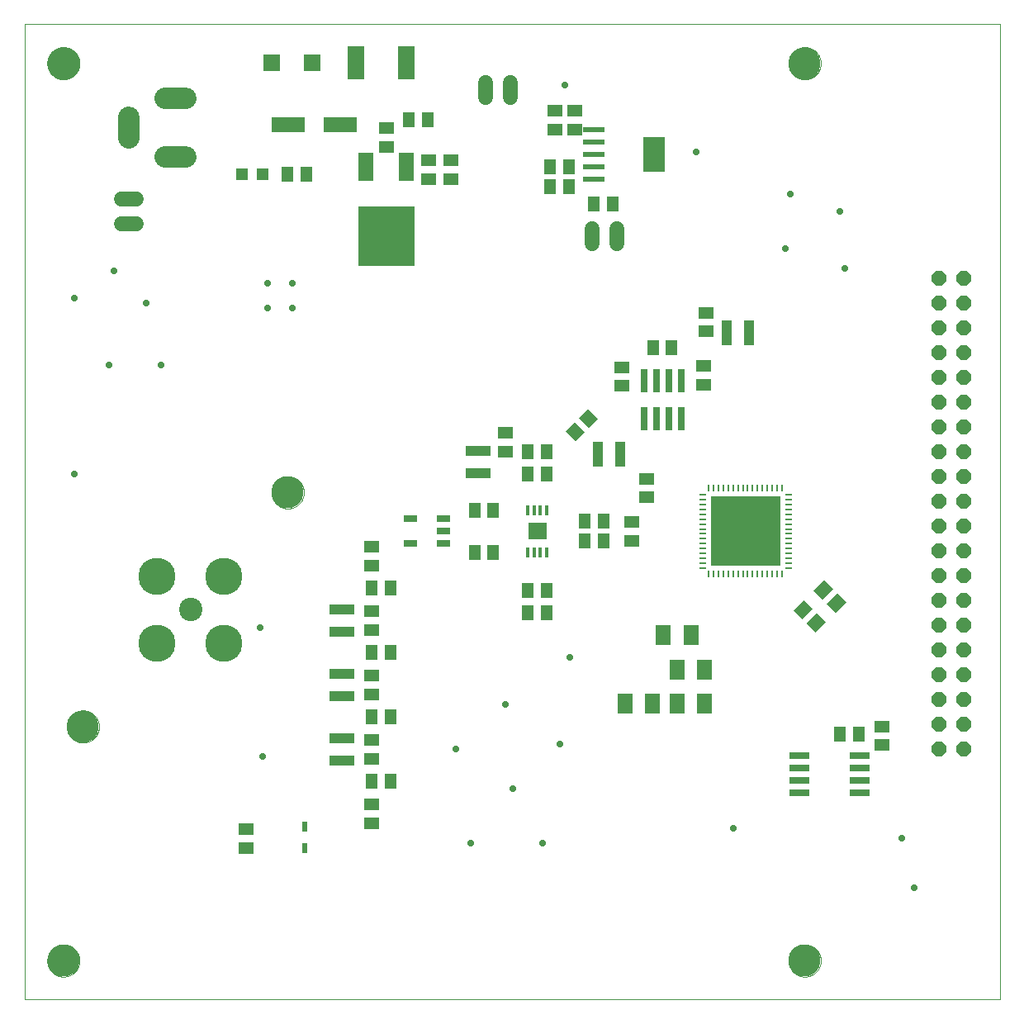
<source format=gts>
G75*
%MOIN*%
%OFA0B0*%
%FSLAX25Y25*%
%IPPOS*%
%LPD*%
%AMOC8*
5,1,8,0,0,1.08239X$1,22.5*
%
%ADD10C,0.00000*%
%ADD11R,0.05906X0.05118*%
%ADD12R,0.05118X0.05906*%
%ADD13R,0.13780X0.06299*%
%ADD14R,0.02362X0.03937*%
%ADD15R,0.07087X0.06693*%
%ADD16R,0.07008X0.13780*%
%ADD17R,0.22835X0.24409*%
%ADD18R,0.06299X0.11811*%
%ADD19R,0.01654X0.03937*%
%ADD20R,0.07402X0.06614*%
%ADD21R,0.08661X0.02362*%
%ADD22R,0.09055X0.14173*%
%ADD23R,0.00984X0.02756*%
%ADD24R,0.02756X0.00984*%
%ADD25R,0.28150X0.28150*%
%ADD26C,0.08600*%
%ADD27R,0.02992X0.09449*%
%ADD28R,0.10000X0.03937*%
%ADD29R,0.03937X0.10000*%
%ADD30R,0.04724X0.04724*%
%ADD31R,0.05118X0.06299*%
%ADD32R,0.06299X0.07874*%
%ADD33R,0.06299X0.05118*%
%ADD34R,0.05500X0.03000*%
%ADD35R,0.08000X0.02600*%
%ADD36C,0.09449*%
%ADD37C,0.15024*%
%ADD38C,0.12992*%
%ADD39OC8,0.05906*%
%ADD40C,0.06000*%
%ADD41C,0.02775*%
D10*
X0008500Y0005500D02*
X0008500Y0399201D01*
X0402201Y0399201D01*
X0402201Y0005500D01*
X0008500Y0005500D01*
X0017752Y0021248D02*
X0017754Y0021409D01*
X0017760Y0021569D01*
X0017770Y0021730D01*
X0017784Y0021890D01*
X0017802Y0022049D01*
X0017823Y0022209D01*
X0017849Y0022367D01*
X0017879Y0022525D01*
X0017912Y0022682D01*
X0017950Y0022839D01*
X0017991Y0022994D01*
X0018036Y0023148D01*
X0018085Y0023301D01*
X0018138Y0023453D01*
X0018194Y0023603D01*
X0018254Y0023752D01*
X0018318Y0023900D01*
X0018385Y0024046D01*
X0018456Y0024190D01*
X0018531Y0024332D01*
X0018609Y0024473D01*
X0018690Y0024611D01*
X0018775Y0024748D01*
X0018864Y0024882D01*
X0018955Y0025014D01*
X0019050Y0025144D01*
X0019148Y0025271D01*
X0019249Y0025396D01*
X0019353Y0025519D01*
X0019460Y0025638D01*
X0019570Y0025755D01*
X0019683Y0025870D01*
X0019799Y0025981D01*
X0019917Y0026090D01*
X0020038Y0026195D01*
X0020162Y0026298D01*
X0020288Y0026398D01*
X0020417Y0026494D01*
X0020548Y0026587D01*
X0020681Y0026677D01*
X0020816Y0026764D01*
X0020954Y0026847D01*
X0021093Y0026926D01*
X0021235Y0027003D01*
X0021378Y0027076D01*
X0021523Y0027145D01*
X0021670Y0027210D01*
X0021818Y0027272D01*
X0021968Y0027331D01*
X0022119Y0027385D01*
X0022271Y0027436D01*
X0022425Y0027483D01*
X0022580Y0027526D01*
X0022735Y0027565D01*
X0022892Y0027601D01*
X0023050Y0027633D01*
X0023208Y0027660D01*
X0023367Y0027684D01*
X0023526Y0027704D01*
X0023686Y0027720D01*
X0023847Y0027732D01*
X0024007Y0027740D01*
X0024168Y0027744D01*
X0024328Y0027744D01*
X0024489Y0027740D01*
X0024649Y0027732D01*
X0024810Y0027720D01*
X0024970Y0027704D01*
X0025129Y0027684D01*
X0025288Y0027660D01*
X0025446Y0027633D01*
X0025604Y0027601D01*
X0025761Y0027565D01*
X0025916Y0027526D01*
X0026071Y0027483D01*
X0026225Y0027436D01*
X0026377Y0027385D01*
X0026528Y0027331D01*
X0026678Y0027272D01*
X0026826Y0027210D01*
X0026973Y0027145D01*
X0027118Y0027076D01*
X0027261Y0027003D01*
X0027403Y0026926D01*
X0027542Y0026847D01*
X0027680Y0026764D01*
X0027815Y0026677D01*
X0027948Y0026587D01*
X0028079Y0026494D01*
X0028208Y0026398D01*
X0028334Y0026298D01*
X0028458Y0026195D01*
X0028579Y0026090D01*
X0028697Y0025981D01*
X0028813Y0025870D01*
X0028926Y0025755D01*
X0029036Y0025638D01*
X0029143Y0025519D01*
X0029247Y0025396D01*
X0029348Y0025271D01*
X0029446Y0025144D01*
X0029541Y0025014D01*
X0029632Y0024882D01*
X0029721Y0024748D01*
X0029806Y0024611D01*
X0029887Y0024473D01*
X0029965Y0024332D01*
X0030040Y0024190D01*
X0030111Y0024046D01*
X0030178Y0023900D01*
X0030242Y0023752D01*
X0030302Y0023603D01*
X0030358Y0023453D01*
X0030411Y0023301D01*
X0030460Y0023148D01*
X0030505Y0022994D01*
X0030546Y0022839D01*
X0030584Y0022682D01*
X0030617Y0022525D01*
X0030647Y0022367D01*
X0030673Y0022209D01*
X0030694Y0022049D01*
X0030712Y0021890D01*
X0030726Y0021730D01*
X0030736Y0021569D01*
X0030742Y0021409D01*
X0030744Y0021248D01*
X0030742Y0021087D01*
X0030736Y0020927D01*
X0030726Y0020766D01*
X0030712Y0020606D01*
X0030694Y0020447D01*
X0030673Y0020287D01*
X0030647Y0020129D01*
X0030617Y0019971D01*
X0030584Y0019814D01*
X0030546Y0019657D01*
X0030505Y0019502D01*
X0030460Y0019348D01*
X0030411Y0019195D01*
X0030358Y0019043D01*
X0030302Y0018893D01*
X0030242Y0018744D01*
X0030178Y0018596D01*
X0030111Y0018450D01*
X0030040Y0018306D01*
X0029965Y0018164D01*
X0029887Y0018023D01*
X0029806Y0017885D01*
X0029721Y0017748D01*
X0029632Y0017614D01*
X0029541Y0017482D01*
X0029446Y0017352D01*
X0029348Y0017225D01*
X0029247Y0017100D01*
X0029143Y0016977D01*
X0029036Y0016858D01*
X0028926Y0016741D01*
X0028813Y0016626D01*
X0028697Y0016515D01*
X0028579Y0016406D01*
X0028458Y0016301D01*
X0028334Y0016198D01*
X0028208Y0016098D01*
X0028079Y0016002D01*
X0027948Y0015909D01*
X0027815Y0015819D01*
X0027680Y0015732D01*
X0027542Y0015649D01*
X0027403Y0015570D01*
X0027261Y0015493D01*
X0027118Y0015420D01*
X0026973Y0015351D01*
X0026826Y0015286D01*
X0026678Y0015224D01*
X0026528Y0015165D01*
X0026377Y0015111D01*
X0026225Y0015060D01*
X0026071Y0015013D01*
X0025916Y0014970D01*
X0025761Y0014931D01*
X0025604Y0014895D01*
X0025446Y0014863D01*
X0025288Y0014836D01*
X0025129Y0014812D01*
X0024970Y0014792D01*
X0024810Y0014776D01*
X0024649Y0014764D01*
X0024489Y0014756D01*
X0024328Y0014752D01*
X0024168Y0014752D01*
X0024007Y0014756D01*
X0023847Y0014764D01*
X0023686Y0014776D01*
X0023526Y0014792D01*
X0023367Y0014812D01*
X0023208Y0014836D01*
X0023050Y0014863D01*
X0022892Y0014895D01*
X0022735Y0014931D01*
X0022580Y0014970D01*
X0022425Y0015013D01*
X0022271Y0015060D01*
X0022119Y0015111D01*
X0021968Y0015165D01*
X0021818Y0015224D01*
X0021670Y0015286D01*
X0021523Y0015351D01*
X0021378Y0015420D01*
X0021235Y0015493D01*
X0021093Y0015570D01*
X0020954Y0015649D01*
X0020816Y0015732D01*
X0020681Y0015819D01*
X0020548Y0015909D01*
X0020417Y0016002D01*
X0020288Y0016098D01*
X0020162Y0016198D01*
X0020038Y0016301D01*
X0019917Y0016406D01*
X0019799Y0016515D01*
X0019683Y0016626D01*
X0019570Y0016741D01*
X0019460Y0016858D01*
X0019353Y0016977D01*
X0019249Y0017100D01*
X0019148Y0017225D01*
X0019050Y0017352D01*
X0018955Y0017482D01*
X0018864Y0017614D01*
X0018775Y0017748D01*
X0018690Y0017885D01*
X0018609Y0018023D01*
X0018531Y0018164D01*
X0018456Y0018306D01*
X0018385Y0018450D01*
X0018318Y0018596D01*
X0018254Y0018744D01*
X0018194Y0018893D01*
X0018138Y0019043D01*
X0018085Y0019195D01*
X0018036Y0019348D01*
X0017991Y0019502D01*
X0017950Y0019657D01*
X0017912Y0019814D01*
X0017879Y0019971D01*
X0017849Y0020129D01*
X0017823Y0020287D01*
X0017802Y0020447D01*
X0017784Y0020606D01*
X0017770Y0020766D01*
X0017760Y0020927D01*
X0017754Y0021087D01*
X0017752Y0021248D01*
X0025626Y0115736D02*
X0025628Y0115897D01*
X0025634Y0116057D01*
X0025644Y0116218D01*
X0025658Y0116378D01*
X0025676Y0116537D01*
X0025697Y0116697D01*
X0025723Y0116855D01*
X0025753Y0117013D01*
X0025786Y0117170D01*
X0025824Y0117327D01*
X0025865Y0117482D01*
X0025910Y0117636D01*
X0025959Y0117789D01*
X0026012Y0117941D01*
X0026068Y0118091D01*
X0026128Y0118240D01*
X0026192Y0118388D01*
X0026259Y0118534D01*
X0026330Y0118678D01*
X0026405Y0118820D01*
X0026483Y0118961D01*
X0026564Y0119099D01*
X0026649Y0119236D01*
X0026738Y0119370D01*
X0026829Y0119502D01*
X0026924Y0119632D01*
X0027022Y0119759D01*
X0027123Y0119884D01*
X0027227Y0120007D01*
X0027334Y0120126D01*
X0027444Y0120243D01*
X0027557Y0120358D01*
X0027673Y0120469D01*
X0027791Y0120578D01*
X0027912Y0120683D01*
X0028036Y0120786D01*
X0028162Y0120886D01*
X0028291Y0120982D01*
X0028422Y0121075D01*
X0028555Y0121165D01*
X0028690Y0121252D01*
X0028828Y0121335D01*
X0028967Y0121414D01*
X0029109Y0121491D01*
X0029252Y0121564D01*
X0029397Y0121633D01*
X0029544Y0121698D01*
X0029692Y0121760D01*
X0029842Y0121819D01*
X0029993Y0121873D01*
X0030145Y0121924D01*
X0030299Y0121971D01*
X0030454Y0122014D01*
X0030609Y0122053D01*
X0030766Y0122089D01*
X0030924Y0122121D01*
X0031082Y0122148D01*
X0031241Y0122172D01*
X0031400Y0122192D01*
X0031560Y0122208D01*
X0031721Y0122220D01*
X0031881Y0122228D01*
X0032042Y0122232D01*
X0032202Y0122232D01*
X0032363Y0122228D01*
X0032523Y0122220D01*
X0032684Y0122208D01*
X0032844Y0122192D01*
X0033003Y0122172D01*
X0033162Y0122148D01*
X0033320Y0122121D01*
X0033478Y0122089D01*
X0033635Y0122053D01*
X0033790Y0122014D01*
X0033945Y0121971D01*
X0034099Y0121924D01*
X0034251Y0121873D01*
X0034402Y0121819D01*
X0034552Y0121760D01*
X0034700Y0121698D01*
X0034847Y0121633D01*
X0034992Y0121564D01*
X0035135Y0121491D01*
X0035277Y0121414D01*
X0035416Y0121335D01*
X0035554Y0121252D01*
X0035689Y0121165D01*
X0035822Y0121075D01*
X0035953Y0120982D01*
X0036082Y0120886D01*
X0036208Y0120786D01*
X0036332Y0120683D01*
X0036453Y0120578D01*
X0036571Y0120469D01*
X0036687Y0120358D01*
X0036800Y0120243D01*
X0036910Y0120126D01*
X0037017Y0120007D01*
X0037121Y0119884D01*
X0037222Y0119759D01*
X0037320Y0119632D01*
X0037415Y0119502D01*
X0037506Y0119370D01*
X0037595Y0119236D01*
X0037680Y0119099D01*
X0037761Y0118961D01*
X0037839Y0118820D01*
X0037914Y0118678D01*
X0037985Y0118534D01*
X0038052Y0118388D01*
X0038116Y0118240D01*
X0038176Y0118091D01*
X0038232Y0117941D01*
X0038285Y0117789D01*
X0038334Y0117636D01*
X0038379Y0117482D01*
X0038420Y0117327D01*
X0038458Y0117170D01*
X0038491Y0117013D01*
X0038521Y0116855D01*
X0038547Y0116697D01*
X0038568Y0116537D01*
X0038586Y0116378D01*
X0038600Y0116218D01*
X0038610Y0116057D01*
X0038616Y0115897D01*
X0038618Y0115736D01*
X0038616Y0115575D01*
X0038610Y0115415D01*
X0038600Y0115254D01*
X0038586Y0115094D01*
X0038568Y0114935D01*
X0038547Y0114775D01*
X0038521Y0114617D01*
X0038491Y0114459D01*
X0038458Y0114302D01*
X0038420Y0114145D01*
X0038379Y0113990D01*
X0038334Y0113836D01*
X0038285Y0113683D01*
X0038232Y0113531D01*
X0038176Y0113381D01*
X0038116Y0113232D01*
X0038052Y0113084D01*
X0037985Y0112938D01*
X0037914Y0112794D01*
X0037839Y0112652D01*
X0037761Y0112511D01*
X0037680Y0112373D01*
X0037595Y0112236D01*
X0037506Y0112102D01*
X0037415Y0111970D01*
X0037320Y0111840D01*
X0037222Y0111713D01*
X0037121Y0111588D01*
X0037017Y0111465D01*
X0036910Y0111346D01*
X0036800Y0111229D01*
X0036687Y0111114D01*
X0036571Y0111003D01*
X0036453Y0110894D01*
X0036332Y0110789D01*
X0036208Y0110686D01*
X0036082Y0110586D01*
X0035953Y0110490D01*
X0035822Y0110397D01*
X0035689Y0110307D01*
X0035554Y0110220D01*
X0035416Y0110137D01*
X0035277Y0110058D01*
X0035135Y0109981D01*
X0034992Y0109908D01*
X0034847Y0109839D01*
X0034700Y0109774D01*
X0034552Y0109712D01*
X0034402Y0109653D01*
X0034251Y0109599D01*
X0034099Y0109548D01*
X0033945Y0109501D01*
X0033790Y0109458D01*
X0033635Y0109419D01*
X0033478Y0109383D01*
X0033320Y0109351D01*
X0033162Y0109324D01*
X0033003Y0109300D01*
X0032844Y0109280D01*
X0032684Y0109264D01*
X0032523Y0109252D01*
X0032363Y0109244D01*
X0032202Y0109240D01*
X0032042Y0109240D01*
X0031881Y0109244D01*
X0031721Y0109252D01*
X0031560Y0109264D01*
X0031400Y0109280D01*
X0031241Y0109300D01*
X0031082Y0109324D01*
X0030924Y0109351D01*
X0030766Y0109383D01*
X0030609Y0109419D01*
X0030454Y0109458D01*
X0030299Y0109501D01*
X0030145Y0109548D01*
X0029993Y0109599D01*
X0029842Y0109653D01*
X0029692Y0109712D01*
X0029544Y0109774D01*
X0029397Y0109839D01*
X0029252Y0109908D01*
X0029109Y0109981D01*
X0028967Y0110058D01*
X0028828Y0110137D01*
X0028690Y0110220D01*
X0028555Y0110307D01*
X0028422Y0110397D01*
X0028291Y0110490D01*
X0028162Y0110586D01*
X0028036Y0110686D01*
X0027912Y0110789D01*
X0027791Y0110894D01*
X0027673Y0111003D01*
X0027557Y0111114D01*
X0027444Y0111229D01*
X0027334Y0111346D01*
X0027227Y0111465D01*
X0027123Y0111588D01*
X0027022Y0111713D01*
X0026924Y0111840D01*
X0026829Y0111970D01*
X0026738Y0112102D01*
X0026649Y0112236D01*
X0026564Y0112373D01*
X0026483Y0112511D01*
X0026405Y0112652D01*
X0026330Y0112794D01*
X0026259Y0112938D01*
X0026192Y0113084D01*
X0026128Y0113232D01*
X0026068Y0113381D01*
X0026012Y0113531D01*
X0025959Y0113683D01*
X0025910Y0113836D01*
X0025865Y0113990D01*
X0025824Y0114145D01*
X0025786Y0114302D01*
X0025753Y0114459D01*
X0025723Y0114617D01*
X0025697Y0114775D01*
X0025676Y0114935D01*
X0025658Y0115094D01*
X0025644Y0115254D01*
X0025634Y0115415D01*
X0025628Y0115575D01*
X0025626Y0115736D01*
X0108303Y0210224D02*
X0108305Y0210385D01*
X0108311Y0210545D01*
X0108321Y0210706D01*
X0108335Y0210866D01*
X0108353Y0211025D01*
X0108374Y0211185D01*
X0108400Y0211343D01*
X0108430Y0211501D01*
X0108463Y0211658D01*
X0108501Y0211815D01*
X0108542Y0211970D01*
X0108587Y0212124D01*
X0108636Y0212277D01*
X0108689Y0212429D01*
X0108745Y0212579D01*
X0108805Y0212728D01*
X0108869Y0212876D01*
X0108936Y0213022D01*
X0109007Y0213166D01*
X0109082Y0213308D01*
X0109160Y0213449D01*
X0109241Y0213587D01*
X0109326Y0213724D01*
X0109415Y0213858D01*
X0109506Y0213990D01*
X0109601Y0214120D01*
X0109699Y0214247D01*
X0109800Y0214372D01*
X0109904Y0214495D01*
X0110011Y0214614D01*
X0110121Y0214731D01*
X0110234Y0214846D01*
X0110350Y0214957D01*
X0110468Y0215066D01*
X0110589Y0215171D01*
X0110713Y0215274D01*
X0110839Y0215374D01*
X0110968Y0215470D01*
X0111099Y0215563D01*
X0111232Y0215653D01*
X0111367Y0215740D01*
X0111505Y0215823D01*
X0111644Y0215902D01*
X0111786Y0215979D01*
X0111929Y0216052D01*
X0112074Y0216121D01*
X0112221Y0216186D01*
X0112369Y0216248D01*
X0112519Y0216307D01*
X0112670Y0216361D01*
X0112822Y0216412D01*
X0112976Y0216459D01*
X0113131Y0216502D01*
X0113286Y0216541D01*
X0113443Y0216577D01*
X0113601Y0216609D01*
X0113759Y0216636D01*
X0113918Y0216660D01*
X0114077Y0216680D01*
X0114237Y0216696D01*
X0114398Y0216708D01*
X0114558Y0216716D01*
X0114719Y0216720D01*
X0114879Y0216720D01*
X0115040Y0216716D01*
X0115200Y0216708D01*
X0115361Y0216696D01*
X0115521Y0216680D01*
X0115680Y0216660D01*
X0115839Y0216636D01*
X0115997Y0216609D01*
X0116155Y0216577D01*
X0116312Y0216541D01*
X0116467Y0216502D01*
X0116622Y0216459D01*
X0116776Y0216412D01*
X0116928Y0216361D01*
X0117079Y0216307D01*
X0117229Y0216248D01*
X0117377Y0216186D01*
X0117524Y0216121D01*
X0117669Y0216052D01*
X0117812Y0215979D01*
X0117954Y0215902D01*
X0118093Y0215823D01*
X0118231Y0215740D01*
X0118366Y0215653D01*
X0118499Y0215563D01*
X0118630Y0215470D01*
X0118759Y0215374D01*
X0118885Y0215274D01*
X0119009Y0215171D01*
X0119130Y0215066D01*
X0119248Y0214957D01*
X0119364Y0214846D01*
X0119477Y0214731D01*
X0119587Y0214614D01*
X0119694Y0214495D01*
X0119798Y0214372D01*
X0119899Y0214247D01*
X0119997Y0214120D01*
X0120092Y0213990D01*
X0120183Y0213858D01*
X0120272Y0213724D01*
X0120357Y0213587D01*
X0120438Y0213449D01*
X0120516Y0213308D01*
X0120591Y0213166D01*
X0120662Y0213022D01*
X0120729Y0212876D01*
X0120793Y0212728D01*
X0120853Y0212579D01*
X0120909Y0212429D01*
X0120962Y0212277D01*
X0121011Y0212124D01*
X0121056Y0211970D01*
X0121097Y0211815D01*
X0121135Y0211658D01*
X0121168Y0211501D01*
X0121198Y0211343D01*
X0121224Y0211185D01*
X0121245Y0211025D01*
X0121263Y0210866D01*
X0121277Y0210706D01*
X0121287Y0210545D01*
X0121293Y0210385D01*
X0121295Y0210224D01*
X0121293Y0210063D01*
X0121287Y0209903D01*
X0121277Y0209742D01*
X0121263Y0209582D01*
X0121245Y0209423D01*
X0121224Y0209263D01*
X0121198Y0209105D01*
X0121168Y0208947D01*
X0121135Y0208790D01*
X0121097Y0208633D01*
X0121056Y0208478D01*
X0121011Y0208324D01*
X0120962Y0208171D01*
X0120909Y0208019D01*
X0120853Y0207869D01*
X0120793Y0207720D01*
X0120729Y0207572D01*
X0120662Y0207426D01*
X0120591Y0207282D01*
X0120516Y0207140D01*
X0120438Y0206999D01*
X0120357Y0206861D01*
X0120272Y0206724D01*
X0120183Y0206590D01*
X0120092Y0206458D01*
X0119997Y0206328D01*
X0119899Y0206201D01*
X0119798Y0206076D01*
X0119694Y0205953D01*
X0119587Y0205834D01*
X0119477Y0205717D01*
X0119364Y0205602D01*
X0119248Y0205491D01*
X0119130Y0205382D01*
X0119009Y0205277D01*
X0118885Y0205174D01*
X0118759Y0205074D01*
X0118630Y0204978D01*
X0118499Y0204885D01*
X0118366Y0204795D01*
X0118231Y0204708D01*
X0118093Y0204625D01*
X0117954Y0204546D01*
X0117812Y0204469D01*
X0117669Y0204396D01*
X0117524Y0204327D01*
X0117377Y0204262D01*
X0117229Y0204200D01*
X0117079Y0204141D01*
X0116928Y0204087D01*
X0116776Y0204036D01*
X0116622Y0203989D01*
X0116467Y0203946D01*
X0116312Y0203907D01*
X0116155Y0203871D01*
X0115997Y0203839D01*
X0115839Y0203812D01*
X0115680Y0203788D01*
X0115521Y0203768D01*
X0115361Y0203752D01*
X0115200Y0203740D01*
X0115040Y0203732D01*
X0114879Y0203728D01*
X0114719Y0203728D01*
X0114558Y0203732D01*
X0114398Y0203740D01*
X0114237Y0203752D01*
X0114077Y0203768D01*
X0113918Y0203788D01*
X0113759Y0203812D01*
X0113601Y0203839D01*
X0113443Y0203871D01*
X0113286Y0203907D01*
X0113131Y0203946D01*
X0112976Y0203989D01*
X0112822Y0204036D01*
X0112670Y0204087D01*
X0112519Y0204141D01*
X0112369Y0204200D01*
X0112221Y0204262D01*
X0112074Y0204327D01*
X0111929Y0204396D01*
X0111786Y0204469D01*
X0111644Y0204546D01*
X0111505Y0204625D01*
X0111367Y0204708D01*
X0111232Y0204795D01*
X0111099Y0204885D01*
X0110968Y0204978D01*
X0110839Y0205074D01*
X0110713Y0205174D01*
X0110589Y0205277D01*
X0110468Y0205382D01*
X0110350Y0205491D01*
X0110234Y0205602D01*
X0110121Y0205717D01*
X0110011Y0205834D01*
X0109904Y0205953D01*
X0109800Y0206076D01*
X0109699Y0206201D01*
X0109601Y0206328D01*
X0109506Y0206458D01*
X0109415Y0206590D01*
X0109326Y0206724D01*
X0109241Y0206861D01*
X0109160Y0206999D01*
X0109082Y0207140D01*
X0109007Y0207282D01*
X0108936Y0207426D01*
X0108869Y0207572D01*
X0108805Y0207720D01*
X0108745Y0207869D01*
X0108689Y0208019D01*
X0108636Y0208171D01*
X0108587Y0208324D01*
X0108542Y0208478D01*
X0108501Y0208633D01*
X0108463Y0208790D01*
X0108430Y0208947D01*
X0108400Y0209105D01*
X0108374Y0209263D01*
X0108353Y0209423D01*
X0108335Y0209582D01*
X0108321Y0209742D01*
X0108311Y0209903D01*
X0108305Y0210063D01*
X0108303Y0210224D01*
X0017752Y0383453D02*
X0017754Y0383614D01*
X0017760Y0383774D01*
X0017770Y0383935D01*
X0017784Y0384095D01*
X0017802Y0384254D01*
X0017823Y0384414D01*
X0017849Y0384572D01*
X0017879Y0384730D01*
X0017912Y0384887D01*
X0017950Y0385044D01*
X0017991Y0385199D01*
X0018036Y0385353D01*
X0018085Y0385506D01*
X0018138Y0385658D01*
X0018194Y0385808D01*
X0018254Y0385957D01*
X0018318Y0386105D01*
X0018385Y0386251D01*
X0018456Y0386395D01*
X0018531Y0386537D01*
X0018609Y0386678D01*
X0018690Y0386816D01*
X0018775Y0386953D01*
X0018864Y0387087D01*
X0018955Y0387219D01*
X0019050Y0387349D01*
X0019148Y0387476D01*
X0019249Y0387601D01*
X0019353Y0387724D01*
X0019460Y0387843D01*
X0019570Y0387960D01*
X0019683Y0388075D01*
X0019799Y0388186D01*
X0019917Y0388295D01*
X0020038Y0388400D01*
X0020162Y0388503D01*
X0020288Y0388603D01*
X0020417Y0388699D01*
X0020548Y0388792D01*
X0020681Y0388882D01*
X0020816Y0388969D01*
X0020954Y0389052D01*
X0021093Y0389131D01*
X0021235Y0389208D01*
X0021378Y0389281D01*
X0021523Y0389350D01*
X0021670Y0389415D01*
X0021818Y0389477D01*
X0021968Y0389536D01*
X0022119Y0389590D01*
X0022271Y0389641D01*
X0022425Y0389688D01*
X0022580Y0389731D01*
X0022735Y0389770D01*
X0022892Y0389806D01*
X0023050Y0389838D01*
X0023208Y0389865D01*
X0023367Y0389889D01*
X0023526Y0389909D01*
X0023686Y0389925D01*
X0023847Y0389937D01*
X0024007Y0389945D01*
X0024168Y0389949D01*
X0024328Y0389949D01*
X0024489Y0389945D01*
X0024649Y0389937D01*
X0024810Y0389925D01*
X0024970Y0389909D01*
X0025129Y0389889D01*
X0025288Y0389865D01*
X0025446Y0389838D01*
X0025604Y0389806D01*
X0025761Y0389770D01*
X0025916Y0389731D01*
X0026071Y0389688D01*
X0026225Y0389641D01*
X0026377Y0389590D01*
X0026528Y0389536D01*
X0026678Y0389477D01*
X0026826Y0389415D01*
X0026973Y0389350D01*
X0027118Y0389281D01*
X0027261Y0389208D01*
X0027403Y0389131D01*
X0027542Y0389052D01*
X0027680Y0388969D01*
X0027815Y0388882D01*
X0027948Y0388792D01*
X0028079Y0388699D01*
X0028208Y0388603D01*
X0028334Y0388503D01*
X0028458Y0388400D01*
X0028579Y0388295D01*
X0028697Y0388186D01*
X0028813Y0388075D01*
X0028926Y0387960D01*
X0029036Y0387843D01*
X0029143Y0387724D01*
X0029247Y0387601D01*
X0029348Y0387476D01*
X0029446Y0387349D01*
X0029541Y0387219D01*
X0029632Y0387087D01*
X0029721Y0386953D01*
X0029806Y0386816D01*
X0029887Y0386678D01*
X0029965Y0386537D01*
X0030040Y0386395D01*
X0030111Y0386251D01*
X0030178Y0386105D01*
X0030242Y0385957D01*
X0030302Y0385808D01*
X0030358Y0385658D01*
X0030411Y0385506D01*
X0030460Y0385353D01*
X0030505Y0385199D01*
X0030546Y0385044D01*
X0030584Y0384887D01*
X0030617Y0384730D01*
X0030647Y0384572D01*
X0030673Y0384414D01*
X0030694Y0384254D01*
X0030712Y0384095D01*
X0030726Y0383935D01*
X0030736Y0383774D01*
X0030742Y0383614D01*
X0030744Y0383453D01*
X0030742Y0383292D01*
X0030736Y0383132D01*
X0030726Y0382971D01*
X0030712Y0382811D01*
X0030694Y0382652D01*
X0030673Y0382492D01*
X0030647Y0382334D01*
X0030617Y0382176D01*
X0030584Y0382019D01*
X0030546Y0381862D01*
X0030505Y0381707D01*
X0030460Y0381553D01*
X0030411Y0381400D01*
X0030358Y0381248D01*
X0030302Y0381098D01*
X0030242Y0380949D01*
X0030178Y0380801D01*
X0030111Y0380655D01*
X0030040Y0380511D01*
X0029965Y0380369D01*
X0029887Y0380228D01*
X0029806Y0380090D01*
X0029721Y0379953D01*
X0029632Y0379819D01*
X0029541Y0379687D01*
X0029446Y0379557D01*
X0029348Y0379430D01*
X0029247Y0379305D01*
X0029143Y0379182D01*
X0029036Y0379063D01*
X0028926Y0378946D01*
X0028813Y0378831D01*
X0028697Y0378720D01*
X0028579Y0378611D01*
X0028458Y0378506D01*
X0028334Y0378403D01*
X0028208Y0378303D01*
X0028079Y0378207D01*
X0027948Y0378114D01*
X0027815Y0378024D01*
X0027680Y0377937D01*
X0027542Y0377854D01*
X0027403Y0377775D01*
X0027261Y0377698D01*
X0027118Y0377625D01*
X0026973Y0377556D01*
X0026826Y0377491D01*
X0026678Y0377429D01*
X0026528Y0377370D01*
X0026377Y0377316D01*
X0026225Y0377265D01*
X0026071Y0377218D01*
X0025916Y0377175D01*
X0025761Y0377136D01*
X0025604Y0377100D01*
X0025446Y0377068D01*
X0025288Y0377041D01*
X0025129Y0377017D01*
X0024970Y0376997D01*
X0024810Y0376981D01*
X0024649Y0376969D01*
X0024489Y0376961D01*
X0024328Y0376957D01*
X0024168Y0376957D01*
X0024007Y0376961D01*
X0023847Y0376969D01*
X0023686Y0376981D01*
X0023526Y0376997D01*
X0023367Y0377017D01*
X0023208Y0377041D01*
X0023050Y0377068D01*
X0022892Y0377100D01*
X0022735Y0377136D01*
X0022580Y0377175D01*
X0022425Y0377218D01*
X0022271Y0377265D01*
X0022119Y0377316D01*
X0021968Y0377370D01*
X0021818Y0377429D01*
X0021670Y0377491D01*
X0021523Y0377556D01*
X0021378Y0377625D01*
X0021235Y0377698D01*
X0021093Y0377775D01*
X0020954Y0377854D01*
X0020816Y0377937D01*
X0020681Y0378024D01*
X0020548Y0378114D01*
X0020417Y0378207D01*
X0020288Y0378303D01*
X0020162Y0378403D01*
X0020038Y0378506D01*
X0019917Y0378611D01*
X0019799Y0378720D01*
X0019683Y0378831D01*
X0019570Y0378946D01*
X0019460Y0379063D01*
X0019353Y0379182D01*
X0019249Y0379305D01*
X0019148Y0379430D01*
X0019050Y0379557D01*
X0018955Y0379687D01*
X0018864Y0379819D01*
X0018775Y0379953D01*
X0018690Y0380090D01*
X0018609Y0380228D01*
X0018531Y0380369D01*
X0018456Y0380511D01*
X0018385Y0380655D01*
X0018318Y0380801D01*
X0018254Y0380949D01*
X0018194Y0381098D01*
X0018138Y0381248D01*
X0018085Y0381400D01*
X0018036Y0381553D01*
X0017991Y0381707D01*
X0017950Y0381862D01*
X0017912Y0382019D01*
X0017879Y0382176D01*
X0017849Y0382334D01*
X0017823Y0382492D01*
X0017802Y0382652D01*
X0017784Y0382811D01*
X0017770Y0382971D01*
X0017760Y0383132D01*
X0017754Y0383292D01*
X0017752Y0383453D01*
X0316965Y0383453D02*
X0316967Y0383614D01*
X0316973Y0383774D01*
X0316983Y0383935D01*
X0316997Y0384095D01*
X0317015Y0384254D01*
X0317036Y0384414D01*
X0317062Y0384572D01*
X0317092Y0384730D01*
X0317125Y0384887D01*
X0317163Y0385044D01*
X0317204Y0385199D01*
X0317249Y0385353D01*
X0317298Y0385506D01*
X0317351Y0385658D01*
X0317407Y0385808D01*
X0317467Y0385957D01*
X0317531Y0386105D01*
X0317598Y0386251D01*
X0317669Y0386395D01*
X0317744Y0386537D01*
X0317822Y0386678D01*
X0317903Y0386816D01*
X0317988Y0386953D01*
X0318077Y0387087D01*
X0318168Y0387219D01*
X0318263Y0387349D01*
X0318361Y0387476D01*
X0318462Y0387601D01*
X0318566Y0387724D01*
X0318673Y0387843D01*
X0318783Y0387960D01*
X0318896Y0388075D01*
X0319012Y0388186D01*
X0319130Y0388295D01*
X0319251Y0388400D01*
X0319375Y0388503D01*
X0319501Y0388603D01*
X0319630Y0388699D01*
X0319761Y0388792D01*
X0319894Y0388882D01*
X0320029Y0388969D01*
X0320167Y0389052D01*
X0320306Y0389131D01*
X0320448Y0389208D01*
X0320591Y0389281D01*
X0320736Y0389350D01*
X0320883Y0389415D01*
X0321031Y0389477D01*
X0321181Y0389536D01*
X0321332Y0389590D01*
X0321484Y0389641D01*
X0321638Y0389688D01*
X0321793Y0389731D01*
X0321948Y0389770D01*
X0322105Y0389806D01*
X0322263Y0389838D01*
X0322421Y0389865D01*
X0322580Y0389889D01*
X0322739Y0389909D01*
X0322899Y0389925D01*
X0323060Y0389937D01*
X0323220Y0389945D01*
X0323381Y0389949D01*
X0323541Y0389949D01*
X0323702Y0389945D01*
X0323862Y0389937D01*
X0324023Y0389925D01*
X0324183Y0389909D01*
X0324342Y0389889D01*
X0324501Y0389865D01*
X0324659Y0389838D01*
X0324817Y0389806D01*
X0324974Y0389770D01*
X0325129Y0389731D01*
X0325284Y0389688D01*
X0325438Y0389641D01*
X0325590Y0389590D01*
X0325741Y0389536D01*
X0325891Y0389477D01*
X0326039Y0389415D01*
X0326186Y0389350D01*
X0326331Y0389281D01*
X0326474Y0389208D01*
X0326616Y0389131D01*
X0326755Y0389052D01*
X0326893Y0388969D01*
X0327028Y0388882D01*
X0327161Y0388792D01*
X0327292Y0388699D01*
X0327421Y0388603D01*
X0327547Y0388503D01*
X0327671Y0388400D01*
X0327792Y0388295D01*
X0327910Y0388186D01*
X0328026Y0388075D01*
X0328139Y0387960D01*
X0328249Y0387843D01*
X0328356Y0387724D01*
X0328460Y0387601D01*
X0328561Y0387476D01*
X0328659Y0387349D01*
X0328754Y0387219D01*
X0328845Y0387087D01*
X0328934Y0386953D01*
X0329019Y0386816D01*
X0329100Y0386678D01*
X0329178Y0386537D01*
X0329253Y0386395D01*
X0329324Y0386251D01*
X0329391Y0386105D01*
X0329455Y0385957D01*
X0329515Y0385808D01*
X0329571Y0385658D01*
X0329624Y0385506D01*
X0329673Y0385353D01*
X0329718Y0385199D01*
X0329759Y0385044D01*
X0329797Y0384887D01*
X0329830Y0384730D01*
X0329860Y0384572D01*
X0329886Y0384414D01*
X0329907Y0384254D01*
X0329925Y0384095D01*
X0329939Y0383935D01*
X0329949Y0383774D01*
X0329955Y0383614D01*
X0329957Y0383453D01*
X0329955Y0383292D01*
X0329949Y0383132D01*
X0329939Y0382971D01*
X0329925Y0382811D01*
X0329907Y0382652D01*
X0329886Y0382492D01*
X0329860Y0382334D01*
X0329830Y0382176D01*
X0329797Y0382019D01*
X0329759Y0381862D01*
X0329718Y0381707D01*
X0329673Y0381553D01*
X0329624Y0381400D01*
X0329571Y0381248D01*
X0329515Y0381098D01*
X0329455Y0380949D01*
X0329391Y0380801D01*
X0329324Y0380655D01*
X0329253Y0380511D01*
X0329178Y0380369D01*
X0329100Y0380228D01*
X0329019Y0380090D01*
X0328934Y0379953D01*
X0328845Y0379819D01*
X0328754Y0379687D01*
X0328659Y0379557D01*
X0328561Y0379430D01*
X0328460Y0379305D01*
X0328356Y0379182D01*
X0328249Y0379063D01*
X0328139Y0378946D01*
X0328026Y0378831D01*
X0327910Y0378720D01*
X0327792Y0378611D01*
X0327671Y0378506D01*
X0327547Y0378403D01*
X0327421Y0378303D01*
X0327292Y0378207D01*
X0327161Y0378114D01*
X0327028Y0378024D01*
X0326893Y0377937D01*
X0326755Y0377854D01*
X0326616Y0377775D01*
X0326474Y0377698D01*
X0326331Y0377625D01*
X0326186Y0377556D01*
X0326039Y0377491D01*
X0325891Y0377429D01*
X0325741Y0377370D01*
X0325590Y0377316D01*
X0325438Y0377265D01*
X0325284Y0377218D01*
X0325129Y0377175D01*
X0324974Y0377136D01*
X0324817Y0377100D01*
X0324659Y0377068D01*
X0324501Y0377041D01*
X0324342Y0377017D01*
X0324183Y0376997D01*
X0324023Y0376981D01*
X0323862Y0376969D01*
X0323702Y0376961D01*
X0323541Y0376957D01*
X0323381Y0376957D01*
X0323220Y0376961D01*
X0323060Y0376969D01*
X0322899Y0376981D01*
X0322739Y0376997D01*
X0322580Y0377017D01*
X0322421Y0377041D01*
X0322263Y0377068D01*
X0322105Y0377100D01*
X0321948Y0377136D01*
X0321793Y0377175D01*
X0321638Y0377218D01*
X0321484Y0377265D01*
X0321332Y0377316D01*
X0321181Y0377370D01*
X0321031Y0377429D01*
X0320883Y0377491D01*
X0320736Y0377556D01*
X0320591Y0377625D01*
X0320448Y0377698D01*
X0320306Y0377775D01*
X0320167Y0377854D01*
X0320029Y0377937D01*
X0319894Y0378024D01*
X0319761Y0378114D01*
X0319630Y0378207D01*
X0319501Y0378303D01*
X0319375Y0378403D01*
X0319251Y0378506D01*
X0319130Y0378611D01*
X0319012Y0378720D01*
X0318896Y0378831D01*
X0318783Y0378946D01*
X0318673Y0379063D01*
X0318566Y0379182D01*
X0318462Y0379305D01*
X0318361Y0379430D01*
X0318263Y0379557D01*
X0318168Y0379687D01*
X0318077Y0379819D01*
X0317988Y0379953D01*
X0317903Y0380090D01*
X0317822Y0380228D01*
X0317744Y0380369D01*
X0317669Y0380511D01*
X0317598Y0380655D01*
X0317531Y0380801D01*
X0317467Y0380949D01*
X0317407Y0381098D01*
X0317351Y0381248D01*
X0317298Y0381400D01*
X0317249Y0381553D01*
X0317204Y0381707D01*
X0317163Y0381862D01*
X0317125Y0382019D01*
X0317092Y0382176D01*
X0317062Y0382334D01*
X0317036Y0382492D01*
X0317015Y0382652D01*
X0316997Y0382811D01*
X0316983Y0382971D01*
X0316973Y0383132D01*
X0316967Y0383292D01*
X0316965Y0383453D01*
X0316965Y0021248D02*
X0316967Y0021409D01*
X0316973Y0021569D01*
X0316983Y0021730D01*
X0316997Y0021890D01*
X0317015Y0022049D01*
X0317036Y0022209D01*
X0317062Y0022367D01*
X0317092Y0022525D01*
X0317125Y0022682D01*
X0317163Y0022839D01*
X0317204Y0022994D01*
X0317249Y0023148D01*
X0317298Y0023301D01*
X0317351Y0023453D01*
X0317407Y0023603D01*
X0317467Y0023752D01*
X0317531Y0023900D01*
X0317598Y0024046D01*
X0317669Y0024190D01*
X0317744Y0024332D01*
X0317822Y0024473D01*
X0317903Y0024611D01*
X0317988Y0024748D01*
X0318077Y0024882D01*
X0318168Y0025014D01*
X0318263Y0025144D01*
X0318361Y0025271D01*
X0318462Y0025396D01*
X0318566Y0025519D01*
X0318673Y0025638D01*
X0318783Y0025755D01*
X0318896Y0025870D01*
X0319012Y0025981D01*
X0319130Y0026090D01*
X0319251Y0026195D01*
X0319375Y0026298D01*
X0319501Y0026398D01*
X0319630Y0026494D01*
X0319761Y0026587D01*
X0319894Y0026677D01*
X0320029Y0026764D01*
X0320167Y0026847D01*
X0320306Y0026926D01*
X0320448Y0027003D01*
X0320591Y0027076D01*
X0320736Y0027145D01*
X0320883Y0027210D01*
X0321031Y0027272D01*
X0321181Y0027331D01*
X0321332Y0027385D01*
X0321484Y0027436D01*
X0321638Y0027483D01*
X0321793Y0027526D01*
X0321948Y0027565D01*
X0322105Y0027601D01*
X0322263Y0027633D01*
X0322421Y0027660D01*
X0322580Y0027684D01*
X0322739Y0027704D01*
X0322899Y0027720D01*
X0323060Y0027732D01*
X0323220Y0027740D01*
X0323381Y0027744D01*
X0323541Y0027744D01*
X0323702Y0027740D01*
X0323862Y0027732D01*
X0324023Y0027720D01*
X0324183Y0027704D01*
X0324342Y0027684D01*
X0324501Y0027660D01*
X0324659Y0027633D01*
X0324817Y0027601D01*
X0324974Y0027565D01*
X0325129Y0027526D01*
X0325284Y0027483D01*
X0325438Y0027436D01*
X0325590Y0027385D01*
X0325741Y0027331D01*
X0325891Y0027272D01*
X0326039Y0027210D01*
X0326186Y0027145D01*
X0326331Y0027076D01*
X0326474Y0027003D01*
X0326616Y0026926D01*
X0326755Y0026847D01*
X0326893Y0026764D01*
X0327028Y0026677D01*
X0327161Y0026587D01*
X0327292Y0026494D01*
X0327421Y0026398D01*
X0327547Y0026298D01*
X0327671Y0026195D01*
X0327792Y0026090D01*
X0327910Y0025981D01*
X0328026Y0025870D01*
X0328139Y0025755D01*
X0328249Y0025638D01*
X0328356Y0025519D01*
X0328460Y0025396D01*
X0328561Y0025271D01*
X0328659Y0025144D01*
X0328754Y0025014D01*
X0328845Y0024882D01*
X0328934Y0024748D01*
X0329019Y0024611D01*
X0329100Y0024473D01*
X0329178Y0024332D01*
X0329253Y0024190D01*
X0329324Y0024046D01*
X0329391Y0023900D01*
X0329455Y0023752D01*
X0329515Y0023603D01*
X0329571Y0023453D01*
X0329624Y0023301D01*
X0329673Y0023148D01*
X0329718Y0022994D01*
X0329759Y0022839D01*
X0329797Y0022682D01*
X0329830Y0022525D01*
X0329860Y0022367D01*
X0329886Y0022209D01*
X0329907Y0022049D01*
X0329925Y0021890D01*
X0329939Y0021730D01*
X0329949Y0021569D01*
X0329955Y0021409D01*
X0329957Y0021248D01*
X0329955Y0021087D01*
X0329949Y0020927D01*
X0329939Y0020766D01*
X0329925Y0020606D01*
X0329907Y0020447D01*
X0329886Y0020287D01*
X0329860Y0020129D01*
X0329830Y0019971D01*
X0329797Y0019814D01*
X0329759Y0019657D01*
X0329718Y0019502D01*
X0329673Y0019348D01*
X0329624Y0019195D01*
X0329571Y0019043D01*
X0329515Y0018893D01*
X0329455Y0018744D01*
X0329391Y0018596D01*
X0329324Y0018450D01*
X0329253Y0018306D01*
X0329178Y0018164D01*
X0329100Y0018023D01*
X0329019Y0017885D01*
X0328934Y0017748D01*
X0328845Y0017614D01*
X0328754Y0017482D01*
X0328659Y0017352D01*
X0328561Y0017225D01*
X0328460Y0017100D01*
X0328356Y0016977D01*
X0328249Y0016858D01*
X0328139Y0016741D01*
X0328026Y0016626D01*
X0327910Y0016515D01*
X0327792Y0016406D01*
X0327671Y0016301D01*
X0327547Y0016198D01*
X0327421Y0016098D01*
X0327292Y0016002D01*
X0327161Y0015909D01*
X0327028Y0015819D01*
X0326893Y0015732D01*
X0326755Y0015649D01*
X0326616Y0015570D01*
X0326474Y0015493D01*
X0326331Y0015420D01*
X0326186Y0015351D01*
X0326039Y0015286D01*
X0325891Y0015224D01*
X0325741Y0015165D01*
X0325590Y0015111D01*
X0325438Y0015060D01*
X0325284Y0015013D01*
X0325129Y0014970D01*
X0324974Y0014931D01*
X0324817Y0014895D01*
X0324659Y0014863D01*
X0324501Y0014836D01*
X0324342Y0014812D01*
X0324183Y0014792D01*
X0324023Y0014776D01*
X0323862Y0014764D01*
X0323702Y0014756D01*
X0323541Y0014752D01*
X0323381Y0014752D01*
X0323220Y0014756D01*
X0323060Y0014764D01*
X0322899Y0014776D01*
X0322739Y0014792D01*
X0322580Y0014812D01*
X0322421Y0014836D01*
X0322263Y0014863D01*
X0322105Y0014895D01*
X0321948Y0014931D01*
X0321793Y0014970D01*
X0321638Y0015013D01*
X0321484Y0015060D01*
X0321332Y0015111D01*
X0321181Y0015165D01*
X0321031Y0015224D01*
X0320883Y0015286D01*
X0320736Y0015351D01*
X0320591Y0015420D01*
X0320448Y0015493D01*
X0320306Y0015570D01*
X0320167Y0015649D01*
X0320029Y0015732D01*
X0319894Y0015819D01*
X0319761Y0015909D01*
X0319630Y0016002D01*
X0319501Y0016098D01*
X0319375Y0016198D01*
X0319251Y0016301D01*
X0319130Y0016406D01*
X0319012Y0016515D01*
X0318896Y0016626D01*
X0318783Y0016741D01*
X0318673Y0016858D01*
X0318566Y0016977D01*
X0318462Y0017100D01*
X0318361Y0017225D01*
X0318263Y0017352D01*
X0318168Y0017482D01*
X0318077Y0017614D01*
X0317988Y0017748D01*
X0317903Y0017885D01*
X0317822Y0018023D01*
X0317744Y0018164D01*
X0317669Y0018306D01*
X0317598Y0018450D01*
X0317531Y0018596D01*
X0317467Y0018744D01*
X0317407Y0018893D01*
X0317351Y0019043D01*
X0317298Y0019195D01*
X0317249Y0019348D01*
X0317204Y0019502D01*
X0317163Y0019657D01*
X0317125Y0019814D01*
X0317092Y0019971D01*
X0317062Y0020129D01*
X0317036Y0020287D01*
X0317015Y0020447D01*
X0316997Y0020606D01*
X0316983Y0020766D01*
X0316973Y0020927D01*
X0316967Y0021087D01*
X0316965Y0021248D01*
D11*
X0354500Y0108260D03*
X0354500Y0115740D03*
X0259500Y0208260D03*
X0259500Y0215740D03*
X0253500Y0198240D03*
X0253500Y0190760D03*
X0202500Y0226760D03*
X0202500Y0234240D03*
X0148500Y0188240D03*
X0148500Y0180760D03*
X0148500Y0162240D03*
X0148500Y0154760D03*
X0148500Y0136240D03*
X0148500Y0128760D03*
X0148500Y0110240D03*
X0148500Y0102760D03*
X0148500Y0084240D03*
X0148500Y0076760D03*
X0098000Y0074240D03*
X0098000Y0066760D03*
X0283500Y0275260D03*
X0283500Y0282740D03*
X0230500Y0356760D03*
X0230500Y0364240D03*
X0222500Y0364240D03*
X0222500Y0356760D03*
X0180500Y0344240D03*
X0180500Y0336760D03*
X0171500Y0336760D03*
X0171500Y0344240D03*
X0154500Y0349760D03*
X0154500Y0357240D03*
D12*
X0163760Y0360500D03*
X0171240Y0360500D03*
X0220760Y0341500D03*
X0228240Y0341500D03*
X0228240Y0333500D03*
X0220760Y0333500D03*
X0238360Y0326700D03*
X0245840Y0326700D03*
G36*
X0240042Y0239867D02*
X0236423Y0236248D01*
X0232248Y0240423D01*
X0235867Y0244042D01*
X0240042Y0239867D01*
G37*
G36*
X0234752Y0234577D02*
X0231133Y0230958D01*
X0226958Y0235133D01*
X0230577Y0238752D01*
X0234752Y0234577D01*
G37*
X0219240Y0217500D03*
X0211760Y0217500D03*
X0211760Y0170500D03*
X0219240Y0170500D03*
X0156240Y0171500D03*
X0148760Y0171500D03*
X0148760Y0145500D03*
X0156240Y0145500D03*
X0156240Y0119500D03*
X0148760Y0119500D03*
X0148760Y0093500D03*
X0156240Y0093500D03*
G36*
X0322609Y0159027D02*
X0318990Y0162646D01*
X0323165Y0166821D01*
X0326784Y0163202D01*
X0322609Y0159027D01*
G37*
G36*
X0327898Y0153738D02*
X0324279Y0157357D01*
X0328454Y0161532D01*
X0332073Y0157913D01*
X0327898Y0153738D01*
G37*
G36*
X0336572Y0169532D02*
X0340191Y0165913D01*
X0336016Y0161738D01*
X0332397Y0165357D01*
X0336572Y0169532D01*
G37*
G36*
X0331283Y0174821D02*
X0334902Y0171202D01*
X0330727Y0167027D01*
X0327108Y0170646D01*
X0331283Y0174821D01*
G37*
X0337760Y0112500D03*
X0345240Y0112500D03*
D13*
X0136130Y0358500D03*
X0114870Y0358500D03*
D14*
X0121500Y0075331D03*
X0121500Y0066669D03*
D15*
X0124571Y0383500D03*
X0108429Y0383500D03*
D16*
X0142205Y0383500D03*
X0162795Y0383500D03*
D17*
X0154500Y0313500D03*
D18*
X0146232Y0341768D03*
X0162768Y0341768D03*
D19*
X0211661Y0203043D03*
X0214220Y0203043D03*
X0216780Y0203043D03*
X0219339Y0203043D03*
X0219339Y0185957D03*
X0216780Y0185957D03*
X0214220Y0185957D03*
X0211661Y0185957D03*
D20*
X0215500Y0194500D03*
D21*
X0238295Y0336500D03*
X0238295Y0341500D03*
X0238295Y0346500D03*
X0238295Y0351500D03*
X0238295Y0356500D03*
D22*
X0262705Y0346500D03*
D23*
X0284736Y0211823D03*
X0286705Y0211823D03*
X0288673Y0211823D03*
X0290642Y0211823D03*
X0292610Y0211823D03*
X0294579Y0211823D03*
X0296547Y0211823D03*
X0298516Y0211823D03*
X0300484Y0211823D03*
X0302453Y0211823D03*
X0304421Y0211823D03*
X0306390Y0211823D03*
X0308358Y0211823D03*
X0310327Y0211823D03*
X0312295Y0211823D03*
X0314264Y0211823D03*
X0314264Y0177177D03*
X0312295Y0177177D03*
X0310327Y0177177D03*
X0308358Y0177177D03*
X0306390Y0177177D03*
X0304421Y0177177D03*
X0302453Y0177177D03*
X0300484Y0177177D03*
X0298516Y0177177D03*
X0296547Y0177177D03*
X0294579Y0177177D03*
X0292610Y0177177D03*
X0290642Y0177177D03*
X0288673Y0177177D03*
X0286705Y0177177D03*
X0284736Y0177177D03*
D24*
X0282177Y0179736D03*
X0282177Y0181705D03*
X0282177Y0183673D03*
X0282177Y0185642D03*
X0282177Y0187610D03*
X0282177Y0189579D03*
X0282177Y0191547D03*
X0282177Y0193516D03*
X0282177Y0195484D03*
X0282177Y0197453D03*
X0282177Y0199421D03*
X0282177Y0201390D03*
X0282177Y0203358D03*
X0282177Y0205327D03*
X0282177Y0207295D03*
X0282177Y0209264D03*
X0316823Y0209264D03*
X0316823Y0207295D03*
X0316823Y0205327D03*
X0316823Y0203358D03*
X0316823Y0201390D03*
X0316823Y0199421D03*
X0316823Y0197453D03*
X0316823Y0195484D03*
X0316823Y0193516D03*
X0316823Y0191547D03*
X0316823Y0189579D03*
X0316823Y0187610D03*
X0316823Y0185642D03*
X0316823Y0183673D03*
X0316823Y0181705D03*
X0316823Y0179736D03*
D25*
X0299500Y0194500D03*
D26*
X0073800Y0345689D02*
X0065200Y0345689D01*
X0050602Y0353200D02*
X0050602Y0361800D01*
X0065200Y0369311D02*
X0073800Y0369311D01*
D27*
X0258500Y0255177D03*
X0263500Y0255177D03*
X0268500Y0255177D03*
X0273500Y0255177D03*
X0273500Y0239823D03*
X0268500Y0239823D03*
X0263500Y0239823D03*
X0258500Y0239823D03*
D28*
X0191500Y0227028D03*
X0191500Y0217972D03*
X0136500Y0163028D03*
X0136500Y0153972D03*
X0136500Y0137028D03*
X0136500Y0127972D03*
X0136700Y0111028D03*
X0136700Y0101972D03*
D29*
X0239972Y0225500D03*
X0249028Y0225500D03*
X0291972Y0274500D03*
X0301028Y0274500D03*
D30*
X0104634Y0338500D03*
X0096366Y0338500D03*
D31*
X0114760Y0338500D03*
X0122240Y0338500D03*
X0211760Y0226500D03*
X0219240Y0226500D03*
X0197740Y0203000D03*
X0190260Y0203000D03*
X0190260Y0186000D03*
X0197740Y0186000D03*
X0211760Y0161500D03*
X0219240Y0161500D03*
X0234760Y0190500D03*
X0242240Y0190500D03*
X0242240Y0198500D03*
X0234760Y0198500D03*
X0262260Y0268500D03*
X0269740Y0268500D03*
D32*
X0266488Y0152500D03*
X0277512Y0152500D03*
X0283012Y0138500D03*
X0271988Y0138500D03*
X0271988Y0125000D03*
X0262012Y0125000D03*
X0250988Y0125000D03*
X0283012Y0125000D03*
D33*
X0282500Y0253760D03*
X0282500Y0261240D03*
X0249500Y0260740D03*
X0249500Y0253260D03*
D34*
X0177750Y0199500D03*
X0177750Y0194500D03*
X0177750Y0189500D03*
X0164250Y0189500D03*
X0164250Y0199500D03*
D35*
X0321400Y0104000D03*
X0321400Y0099000D03*
X0321400Y0094000D03*
X0321400Y0089000D03*
X0345600Y0089000D03*
X0345600Y0094000D03*
X0345600Y0099000D03*
X0345600Y0104000D03*
D36*
X0075500Y0162980D03*
D37*
X0061996Y0149476D03*
X0089004Y0149476D03*
X0089004Y0176484D03*
X0061996Y0176484D03*
D38*
X0114799Y0210224D03*
X0032122Y0115736D03*
X0024248Y0021248D03*
X0323461Y0021248D03*
X0323461Y0383453D03*
X0024248Y0383453D03*
D39*
X0377500Y0296500D03*
X0377500Y0286500D03*
X0377500Y0276500D03*
X0377500Y0266500D03*
X0377500Y0256500D03*
X0377500Y0246500D03*
X0377500Y0236500D03*
X0377500Y0226500D03*
X0377500Y0216500D03*
X0377500Y0206500D03*
X0377500Y0196500D03*
X0377500Y0186500D03*
X0377500Y0176500D03*
X0377500Y0166500D03*
X0377500Y0156500D03*
X0377500Y0146500D03*
X0377500Y0136500D03*
X0377500Y0126500D03*
X0377500Y0116500D03*
X0377500Y0106500D03*
X0387500Y0106500D03*
X0387500Y0116500D03*
X0387500Y0126500D03*
X0387500Y0136500D03*
X0387500Y0146500D03*
X0387500Y0156500D03*
X0387500Y0166500D03*
X0387500Y0176500D03*
X0387500Y0186500D03*
X0387500Y0196500D03*
X0387500Y0206500D03*
X0387500Y0216500D03*
X0387500Y0226500D03*
X0387500Y0236500D03*
X0387500Y0246500D03*
X0387500Y0256500D03*
X0387500Y0266500D03*
X0387500Y0276500D03*
X0387500Y0286500D03*
X0387500Y0296500D03*
D40*
X0247500Y0310500D02*
X0247500Y0316500D01*
X0237500Y0316500D02*
X0237500Y0310500D01*
X0204500Y0369500D02*
X0204500Y0375500D01*
X0194500Y0375500D02*
X0194500Y0369500D01*
X0053500Y0328500D02*
X0047500Y0328500D01*
X0047500Y0318500D02*
X0053500Y0318500D01*
D41*
X0044500Y0299500D03*
X0028500Y0288500D03*
X0057500Y0286500D03*
X0063500Y0261500D03*
X0042500Y0261500D03*
X0028500Y0217500D03*
X0103500Y0155500D03*
X0104500Y0103500D03*
X0182500Y0106500D03*
X0202500Y0124500D03*
X0224500Y0108500D03*
X0205500Y0090500D03*
X0217500Y0068500D03*
X0188500Y0068500D03*
X0228500Y0143500D03*
X0217300Y0192900D03*
X0217300Y0196100D03*
X0213700Y0196100D03*
X0213700Y0192900D03*
X0287500Y0194500D03*
X0287500Y0200500D03*
X0287500Y0206500D03*
X0293500Y0206500D03*
X0299500Y0206500D03*
X0299500Y0200500D03*
X0299500Y0194500D03*
X0293500Y0194500D03*
X0293500Y0200500D03*
X0293500Y0188500D03*
X0293500Y0182500D03*
X0299500Y0182500D03*
X0299500Y0188500D03*
X0305500Y0188500D03*
X0305500Y0182500D03*
X0311500Y0182500D03*
X0311500Y0188500D03*
X0311500Y0194500D03*
X0311500Y0200500D03*
X0305500Y0200500D03*
X0305500Y0194500D03*
X0305500Y0206500D03*
X0311500Y0206500D03*
X0287500Y0188500D03*
X0287500Y0182500D03*
X0294500Y0074500D03*
X0362500Y0070500D03*
X0367500Y0050500D03*
X0339500Y0300500D03*
X0337500Y0323500D03*
X0317500Y0330500D03*
X0315500Y0308500D03*
X0279500Y0347500D03*
X0226500Y0374500D03*
X0116500Y0294500D03*
X0116500Y0284500D03*
X0106500Y0284500D03*
X0106500Y0294500D03*
M02*

</source>
